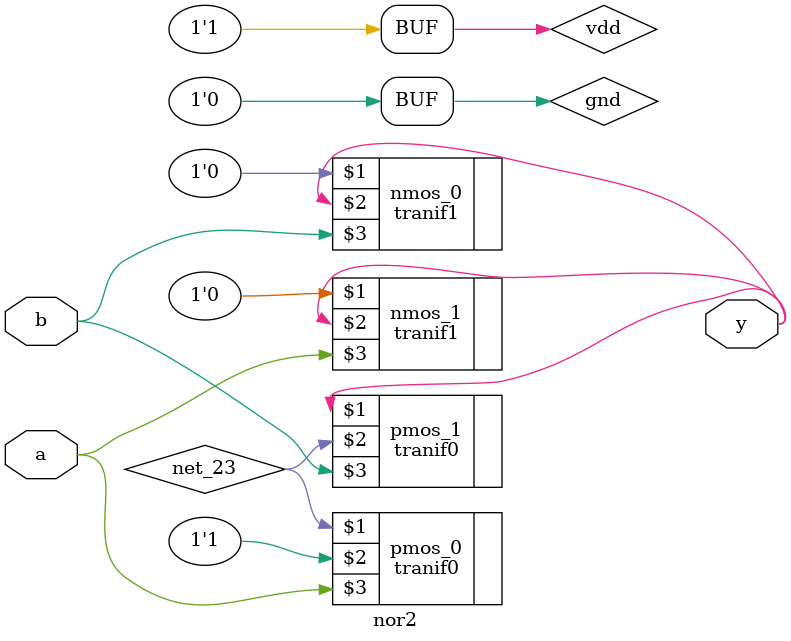
<source format=v>
/* Verilog for cell 'nor2{sch}' from library 'tutorial_vb' */
/* Created on Wed Mar 09, 2011 19:53:33 */
/* Last revised on Tue Mar 15, 2011 23:44:58 */
/* Written on Wed Mar 16, 2011 00:27:06 by Electric VLSI Design System, version 9.00 */

module nor2(a, b, y);
  input a;
  input b;
  output y;

  supply1 vdd;
  supply0 gnd;
  wire net_23;

  tranif1 nmos_0(gnd, y, b);
  tranif1 nmos_1(gnd, y, a);
  tranif0 pmos_0(net_23, vdd, a);
  tranif0 pmos_1(y, net_23, b);
endmodule   /* nor2 */

</source>
